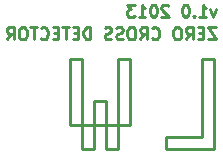
<source format=gbo>
G04 (created by PCBNEW-RS274X (2012-01-19 BZR 3256)-stable) date 3/25/2013 8:41:05 PM*
G01*
G70*
G90*
%MOIN*%
G04 Gerber Fmt 3.4, Leading zero omitted, Abs format*
%FSLAX34Y34*%
G04 APERTURE LIST*
%ADD10C,0.006000*%
%ADD11C,0.010000*%
G04 APERTURE END LIST*
G54D10*
G54D11*
X30986Y-16395D02*
X30891Y-16662D01*
X30795Y-16395D01*
X30433Y-16662D02*
X30662Y-16662D01*
X30548Y-16662D02*
X30548Y-16262D01*
X30586Y-16319D01*
X30624Y-16357D01*
X30662Y-16376D01*
X30262Y-16624D02*
X30243Y-16643D01*
X30262Y-16662D01*
X30281Y-16643D01*
X30262Y-16624D01*
X30262Y-16662D01*
X29996Y-16262D02*
X29957Y-16262D01*
X29919Y-16281D01*
X29900Y-16300D01*
X29881Y-16338D01*
X29862Y-16414D01*
X29862Y-16510D01*
X29881Y-16586D01*
X29900Y-16624D01*
X29919Y-16643D01*
X29957Y-16662D01*
X29996Y-16662D01*
X30034Y-16643D01*
X30053Y-16624D01*
X30072Y-16586D01*
X30091Y-16510D01*
X30091Y-16414D01*
X30072Y-16338D01*
X30053Y-16300D01*
X30034Y-16281D01*
X29996Y-16262D01*
X29405Y-16300D02*
X29386Y-16281D01*
X29348Y-16262D01*
X29252Y-16262D01*
X29214Y-16281D01*
X29195Y-16300D01*
X29176Y-16338D01*
X29176Y-16376D01*
X29195Y-16433D01*
X29424Y-16662D01*
X29176Y-16662D01*
X28929Y-16262D02*
X28890Y-16262D01*
X28852Y-16281D01*
X28833Y-16300D01*
X28814Y-16338D01*
X28795Y-16414D01*
X28795Y-16510D01*
X28814Y-16586D01*
X28833Y-16624D01*
X28852Y-16643D01*
X28890Y-16662D01*
X28929Y-16662D01*
X28967Y-16643D01*
X28986Y-16624D01*
X29005Y-16586D01*
X29024Y-16510D01*
X29024Y-16414D01*
X29005Y-16338D01*
X28986Y-16300D01*
X28967Y-16281D01*
X28929Y-16262D01*
X28414Y-16662D02*
X28643Y-16662D01*
X28529Y-16662D02*
X28529Y-16262D01*
X28567Y-16319D01*
X28605Y-16357D01*
X28643Y-16376D01*
X28281Y-16262D02*
X28033Y-16262D01*
X28167Y-16414D01*
X28109Y-16414D01*
X28071Y-16433D01*
X28052Y-16452D01*
X28033Y-16490D01*
X28033Y-16586D01*
X28052Y-16624D01*
X28071Y-16643D01*
X28109Y-16662D01*
X28224Y-16662D01*
X28262Y-16643D01*
X28281Y-16624D01*
X30996Y-17012D02*
X30729Y-17012D01*
X30996Y-17412D01*
X30729Y-17412D01*
X30577Y-17202D02*
X30443Y-17202D01*
X30386Y-17412D02*
X30577Y-17412D01*
X30577Y-17012D01*
X30386Y-17012D01*
X29986Y-17412D02*
X30120Y-17221D01*
X30215Y-17412D02*
X30215Y-17012D01*
X30062Y-17012D01*
X30024Y-17031D01*
X30005Y-17050D01*
X29986Y-17088D01*
X29986Y-17145D01*
X30005Y-17183D01*
X30024Y-17202D01*
X30062Y-17221D01*
X30215Y-17221D01*
X29739Y-17012D02*
X29662Y-17012D01*
X29624Y-17031D01*
X29586Y-17069D01*
X29567Y-17145D01*
X29567Y-17279D01*
X29586Y-17355D01*
X29624Y-17393D01*
X29662Y-17412D01*
X29739Y-17412D01*
X29777Y-17393D01*
X29815Y-17355D01*
X29834Y-17279D01*
X29834Y-17145D01*
X29815Y-17069D01*
X29777Y-17031D01*
X29739Y-17012D01*
X28862Y-17374D02*
X28881Y-17393D01*
X28938Y-17412D01*
X28976Y-17412D01*
X29034Y-17393D01*
X29072Y-17355D01*
X29091Y-17317D01*
X29110Y-17240D01*
X29110Y-17183D01*
X29091Y-17107D01*
X29072Y-17069D01*
X29034Y-17031D01*
X28976Y-17012D01*
X28938Y-17012D01*
X28881Y-17031D01*
X28862Y-17050D01*
X28462Y-17412D02*
X28596Y-17221D01*
X28691Y-17412D02*
X28691Y-17012D01*
X28538Y-17012D01*
X28500Y-17031D01*
X28481Y-17050D01*
X28462Y-17088D01*
X28462Y-17145D01*
X28481Y-17183D01*
X28500Y-17202D01*
X28538Y-17221D01*
X28691Y-17221D01*
X28215Y-17012D02*
X28138Y-17012D01*
X28100Y-17031D01*
X28062Y-17069D01*
X28043Y-17145D01*
X28043Y-17279D01*
X28062Y-17355D01*
X28100Y-17393D01*
X28138Y-17412D01*
X28215Y-17412D01*
X28253Y-17393D01*
X28291Y-17355D01*
X28310Y-17279D01*
X28310Y-17145D01*
X28291Y-17069D01*
X28253Y-17031D01*
X28215Y-17012D01*
X27891Y-17393D02*
X27834Y-17412D01*
X27738Y-17412D01*
X27700Y-17393D01*
X27681Y-17374D01*
X27662Y-17336D01*
X27662Y-17298D01*
X27681Y-17260D01*
X27700Y-17240D01*
X27738Y-17221D01*
X27815Y-17202D01*
X27853Y-17183D01*
X27872Y-17164D01*
X27891Y-17126D01*
X27891Y-17088D01*
X27872Y-17050D01*
X27853Y-17031D01*
X27815Y-17012D01*
X27719Y-17012D01*
X27662Y-17031D01*
X27510Y-17393D02*
X27453Y-17412D01*
X27357Y-17412D01*
X27319Y-17393D01*
X27300Y-17374D01*
X27281Y-17336D01*
X27281Y-17298D01*
X27300Y-17260D01*
X27319Y-17240D01*
X27357Y-17221D01*
X27434Y-17202D01*
X27472Y-17183D01*
X27491Y-17164D01*
X27510Y-17126D01*
X27510Y-17088D01*
X27491Y-17050D01*
X27472Y-17031D01*
X27434Y-17012D01*
X27338Y-17012D01*
X27281Y-17031D01*
X26805Y-17412D02*
X26805Y-17012D01*
X26710Y-17012D01*
X26652Y-17031D01*
X26614Y-17069D01*
X26595Y-17107D01*
X26576Y-17183D01*
X26576Y-17240D01*
X26595Y-17317D01*
X26614Y-17355D01*
X26652Y-17393D01*
X26710Y-17412D01*
X26805Y-17412D01*
X26405Y-17202D02*
X26271Y-17202D01*
X26214Y-17412D02*
X26405Y-17412D01*
X26405Y-17012D01*
X26214Y-17012D01*
X26100Y-17012D02*
X25871Y-17012D01*
X25986Y-17412D02*
X25986Y-17012D01*
X25738Y-17202D02*
X25604Y-17202D01*
X25547Y-17412D02*
X25738Y-17412D01*
X25738Y-17012D01*
X25547Y-17012D01*
X25147Y-17374D02*
X25166Y-17393D01*
X25223Y-17412D01*
X25261Y-17412D01*
X25319Y-17393D01*
X25357Y-17355D01*
X25376Y-17317D01*
X25395Y-17240D01*
X25395Y-17183D01*
X25376Y-17107D01*
X25357Y-17069D01*
X25319Y-17031D01*
X25261Y-17012D01*
X25223Y-17012D01*
X25166Y-17031D01*
X25147Y-17050D01*
X25033Y-17012D02*
X24804Y-17012D01*
X24919Y-17412D02*
X24919Y-17012D01*
X24595Y-17012D02*
X24518Y-17012D01*
X24480Y-17031D01*
X24442Y-17069D01*
X24423Y-17145D01*
X24423Y-17279D01*
X24442Y-17355D01*
X24480Y-17393D01*
X24518Y-17412D01*
X24595Y-17412D01*
X24633Y-17393D01*
X24671Y-17355D01*
X24690Y-17279D01*
X24690Y-17145D01*
X24671Y-17069D01*
X24633Y-17031D01*
X24595Y-17012D01*
X24023Y-17412D02*
X24157Y-17221D01*
X24252Y-17412D02*
X24252Y-17012D01*
X24099Y-17012D01*
X24061Y-17031D01*
X24042Y-17050D01*
X24023Y-17088D01*
X24023Y-17145D01*
X24042Y-17183D01*
X24061Y-17202D01*
X24099Y-17221D01*
X24252Y-17221D01*
X29340Y-20663D02*
X29340Y-21063D01*
X26140Y-18063D02*
X26140Y-20263D01*
X26540Y-18063D02*
X26540Y-21063D01*
X27740Y-18063D02*
X27740Y-20263D01*
X28140Y-18063D02*
X28140Y-20263D01*
X26540Y-18063D02*
X26140Y-18063D01*
X28140Y-18063D02*
X27740Y-18063D01*
X30940Y-18263D02*
X30940Y-18063D01*
X30940Y-18063D02*
X30540Y-18063D01*
X30540Y-18063D02*
X30540Y-18263D01*
X26140Y-20263D02*
X27740Y-20263D01*
X26540Y-21063D02*
X26940Y-21063D01*
X26940Y-21063D02*
X26940Y-19463D01*
X26940Y-19463D02*
X27340Y-19463D01*
X27340Y-19463D02*
X27340Y-21063D01*
X27340Y-21063D02*
X27740Y-21063D01*
X27740Y-21063D02*
X27740Y-20263D01*
X27740Y-20263D02*
X28140Y-20263D01*
X30540Y-18263D02*
X30540Y-20663D01*
X30540Y-20663D02*
X29340Y-20663D01*
X29340Y-21063D02*
X30940Y-21063D01*
X30940Y-21063D02*
X30940Y-18263D01*
M02*

</source>
